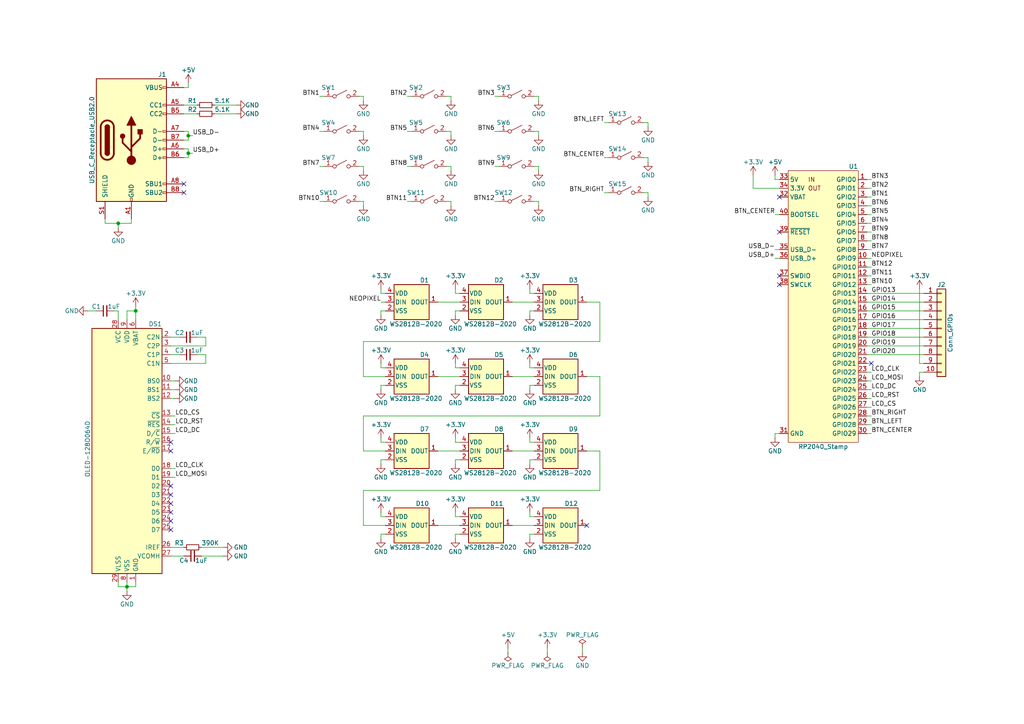
<source format=kicad_sch>
(kicad_sch (version 20211123) (generator eeschema)
  (paper "A4")
  (lib_symbols
    (symbol "Connector:USB_C_Receptacle_USB2.0" (pin_names (offset 1.016))
      (property "Reference" "J" (at -10.16 19.05 0))
      (property "Value" "USB_C_Receptacle_USB2.0" (at 19.05 19.05 0))
      (symbol "USB_C_Receptacle_USB2.0_0_0"
        (rectangle (start -0.254 -17.78) (end 0.254 -16.764))
        (rectangle (start 10.16 -14.986) (end 9.144 -15.494))
        (rectangle (start 10.16 -12.446) (end 9.144 -12.954))
        (rectangle (start 10.16 -4.826) (end 9.144 -5.334))
        (rectangle (start 10.16 -2.286) (end 9.144 -2.794))
        (rectangle (start 10.16 0.254) (end 9.144 -0.254))
        (rectangle (start 10.16 2.794) (end 9.144 2.286))
        (rectangle (start 10.16 7.874) (end 9.144 7.366))
        (rectangle (start 10.16 10.414) (end 9.144 9.906))
        (rectangle (start 10.16 15.494) (end 9.144 14.986))
      )
      (symbol "USB_C_Receptacle_USB2.0_0_1"
        (rectangle (start -10.16 17.78) (end 10.16 -17.78) (stroke (width 0.254)) (fill (type background)))
        (arc (start -8.89 -3.81) (mid -6.985 -5.715) (end -5.08 -3.81) (stroke (width 0.508)))
        (arc (start -7.62 -3.81) (mid -6.985 -4.445) (end -6.35 -3.81) (stroke (width 0.254)))
        (arc (start -7.62 -3.81) (mid -6.985 -4.445) (end -6.35 -3.81) (stroke (width 0.254)) (fill (type outline)))
        (rectangle (start -7.62 -3.81) (end -6.35 3.81) (stroke (width 0.254)) (fill (type outline)))
        (arc (start -6.35 3.81) (mid -6.985 4.445) (end -7.62 3.81) (stroke (width 0.254)))
        (arc (start -6.35 3.81) (mid -6.985 4.445) (end -7.62 3.81) (stroke (width 0.254)) (fill (type outline)))
        (arc (start -5.08 3.81) (mid -6.985 5.715) (end -8.89 3.81) (stroke (width 0.508)))
        (circle (center -2.54 1.143) (radius 0.635) (stroke (width 0.254)) (fill (type outline)))
        (circle (center 0 -5.842) (radius 1.27) (fill (type outline)))
        (polyline (pts (xy -8.89 -3.81) (xy -8.89 3.81)) (stroke (width 0.508)))
        (polyline (pts (xy -5.08 3.81) (xy -5.08 -3.81)) (stroke (width 0.508)))
        (polyline (pts (xy 0 -5.842) (xy 0 4.318)) (stroke (width 0.508)))
        (polyline (pts (xy 0 -3.302) (xy -2.54 -0.762) (xy -2.54 0.508)) (stroke (width 0.508)))
        (polyline (pts (xy 0 -2.032) (xy 2.54 0.508) (xy 2.54 1.778)) (stroke (width 0.508)))
        (polyline (pts (xy -1.27 4.318) (xy 0 6.858) (xy 1.27 4.318) (xy -1.27 4.318)) (stroke (width 0.254)) (fill (type outline)))
        (rectangle (start 1.905 1.778) (end 3.175 3.048) (stroke (width 0.254)) (fill (type outline)))
      )
      (symbol "USB_C_Receptacle_USB2.0_1_1"
        (pin passive line (at 0 -22.86 90) (length 5.08) (name "GND") (number "A1"))
        (pin passive line (at 0 -22.86 90) (length 5.08) hide (name "GND") (number "A12"))
        (pin passive line (at 15.24 15.24 180) (length 5.08) (name "VBUS") (number "A4"))
        (pin bidirectional line (at 15.24 10.16 180) (length 5.08) (name "CC1") (number "A5"))
        (pin bidirectional line (at 15.24 -2.54 180) (length 5.08) (name "D+") (number "A6"))
        (pin bidirectional line (at 15.24 2.54 180) (length 5.08) (name "D-") (number "A7"))
        (pin bidirectional line (at 15.24 -12.7 180) (length 5.08) (name "SBU1") (number "A8"))
        (pin passive line (at 15.24 15.24 180) (length 5.08) hide (name "VBUS") (number "A9"))
        (pin passive line (at 0 -22.86 90) (length 5.08) hide (name "GND") (number "B1"))
        (pin passive line (at 0 -22.86 90) (length 5.08) hide (name "GND") (number "B12"))
        (pin passive line (at 15.24 15.24 180) (length 5.08) hide (name "VBUS") (number "B4"))
        (pin bidirectional line (at 15.24 7.62 180) (length 5.08) (name "CC2") (number "B5"))
        (pin bidirectional line (at 15.24 -5.08 180) (length 5.08) (name "D+") (number "B6"))
        (pin bidirectional line (at 15.24 0 180) (length 5.08) (name "D-") (number "B7"))
        (pin bidirectional line (at 15.24 -15.24 180) (length 5.08) (name "SBU2") (number "B8"))
        (pin passive line (at 15.24 15.24 180) (length 5.08) hide (name "VBUS") (number "B9"))
        (pin passive line (at -7.62 -22.86 90) (length 5.08) (name "SHIELD") (number "S1"))
      )
    )
    (symbol "Connector_Generic:Conn_01x10" (pin_names (offset 1.016) hide)
      (property "Reference" "J" (at 0 12.7 0))
      (property "Value" "Conn_01x10" (at 0 -15.24 0))
      (symbol "Conn_01x10_1_1"
        (rectangle (start -1.27 -12.573) (end 0 -12.827) (stroke (width 0.1524)))
        (rectangle (start -1.27 -10.033) (end 0 -10.287) (stroke (width 0.1524)))
        (rectangle (start -1.27 -7.493) (end 0 -7.747) (stroke (width 0.1524)))
        (rectangle (start -1.27 -4.953) (end 0 -5.207) (stroke (width 0.1524)))
        (rectangle (start -1.27 -2.413) (end 0 -2.667) (stroke (width 0.1524)))
        (rectangle (start -1.27 0.127) (end 0 -0.127) (stroke (width 0.1524)))
        (rectangle (start -1.27 2.667) (end 0 2.413) (stroke (width 0.1524)))
        (rectangle (start -1.27 5.207) (end 0 4.953) (stroke (width 0.1524)))
        (rectangle (start -1.27 7.747) (end 0 7.493) (stroke (width 0.1524)))
        (rectangle (start -1.27 10.287) (end 0 10.033) (stroke (width 0.1524)))
        (rectangle (start -1.27 11.43) (end 1.27 -13.97) (stroke (width 0.254)) (fill (type background)))
        (pin passive line (at -5.08 10.16 0) (length 3.81) (name "Pin_1") (number "1"))
        (pin passive line (at -5.08 -12.7 0) (length 3.81) (name "Pin_10") (number "10"))
        (pin passive line (at -5.08 7.62 0) (length 3.81) (name "Pin_2") (number "2"))
        (pin passive line (at -5.08 5.08 0) (length 3.81) (name "Pin_3") (number "3"))
        (pin passive line (at -5.08 2.54 0) (length 3.81) (name "Pin_4") (number "4"))
        (pin passive line (at -5.08 0 0) (length 3.81) (name "Pin_5") (number "5"))
        (pin passive line (at -5.08 -2.54 0) (length 3.81) (name "Pin_6") (number "6"))
        (pin passive line (at -5.08 -5.08 0) (length 3.81) (name "Pin_7") (number "7"))
        (pin passive line (at -5.08 -7.62 0) (length 3.81) (name "Pin_8") (number "8"))
        (pin passive line (at -5.08 -10.16 0) (length 3.81) (name "Pin_9") (number "9"))
      )
    )
    (symbol "Device:C_Small" (pin_numbers hide) (pin_names (offset 0.254) hide)
      (property "Reference" "C" (at 0.254 1.778 0))
      (property "Value" "C_Small" (at 0.254 -2.032 0))
      (symbol "C_Small_0_1"
        (polyline (pts (xy -1.524 -0.508) (xy 1.524 -0.508)) (stroke (width 0.3302)))
        (polyline (pts (xy -1.524 0.508) (xy 1.524 0.508)) (stroke (width 0.3048)))
      )
      (symbol "C_Small_1_1"
        (pin passive line (at 0 2.54 270) (length 2.032) (name "~") (number "1"))
        (pin passive line (at 0 -2.54 90) (length 2.032) (name "~") (number "2"))
      )
    )
    (symbol "Device:R_Small" (pin_numbers hide) (pin_names (offset 0.254) hide)
      (property "Reference" "R" (at 0.762 0.508 0))
      (property "Value" "R_Small" (at 0.762 -1.016 0))
      (symbol "R_Small_0_1"
        (rectangle (start -0.762 1.778) (end 0.762 -1.778) (stroke (width 0.2032)))
      )
      (symbol "R_Small_1_1"
        (pin passive line (at 0 2.54 270) (length 0.762) (name "~") (number "1"))
        (pin passive line (at 0 -2.54 90) (length 0.762) (name "~") (number "2"))
      )
    )
    (symbol "Display_Graphic:OLED-128O064D"
      (property "Reference" "DS" (at -10.16 38.1 0))
      (property "Value" "OLED-128O064D" (at 12.7 38.1 0))
      (symbol "OLED-128O064D_0_1"
        (rectangle (start -10.16 35.56) (end 10.16 -35.56) (stroke (width 0.254)) (fill (type background)))
      )
      (symbol "OLED-128O064D_1_1"
        (pin power_in line (at -2.54 -38.1 90) (length 2.54) (name "GND") (number "1"))
        (pin input line (at -12.7 20.32 0) (length 2.54) (name "BS0") (number "10"))
        (pin input line (at -12.7 17.78 0) (length 2.54) (name "BS1") (number "11"))
        (pin input line (at -12.7 15.24 0) (length 2.54) (name "BS2") (number "12"))
        (pin input line (at -12.7 10.16 0) (length 2.54) (name "~{CS}") (number "13"))
        (pin input line (at -12.7 7.62 0) (length 2.54) (name "~{RES}") (number "14"))
        (pin input line (at -12.7 5.08 0) (length 2.54) (name "D/~{C}") (number "15"))
        (pin input line (at -12.7 2.54 0) (length 2.54) (name "R/~{W}") (number "16"))
        (pin input line (at -12.7 0 0) (length 2.54) (name "E/~{RD}") (number "17"))
        (pin bidirectional line (at -12.7 -5.08 0) (length 2.54) (name "D0") (number "18"))
        (pin bidirectional line (at -12.7 -7.62 0) (length 2.54) (name "D1") (number "19"))
        (pin passive line (at -12.7 33.02 0) (length 2.54) (name "C2N") (number "2"))
        (pin bidirectional line (at -12.7 -10.16 0) (length 2.54) (name "D2") (number "20"))
        (pin bidirectional line (at -12.7 -12.7 0) (length 2.54) (name "D3") (number "21"))
        (pin bidirectional line (at -12.7 -15.24 0) (length 2.54) (name "D4") (number "22"))
        (pin bidirectional line (at -12.7 -17.78 0) (length 2.54) (name "D5") (number "23"))
        (pin bidirectional line (at -12.7 -20.32 0) (length 2.54) (name "D6") (number "24"))
        (pin bidirectional line (at -12.7 -22.86 0) (length 2.54) (name "D7") (number "25"))
        (pin passive line (at -12.7 -27.94 0) (length 2.54) (name "IREF") (number "26"))
        (pin passive line (at -12.7 -30.48 0) (length 2.54) (name "VCOMH") (number "27"))
        (pin power_in line (at 2.54 38.1 270) (length 2.54) (name "VCC") (number "28"))
        (pin power_in line (at 2.54 -38.1 90) (length 2.54) (name "VLSS") (number "29"))
        (pin passive line (at -12.7 30.48 0) (length 2.54) (name "C2P") (number "3"))
        (pin passive line (at -2.54 -38.1 90) (length 2.54) hide (name "GND") (number "30"))
        (pin passive line (at -12.7 27.94 0) (length 2.54) (name "C1P") (number "4"))
        (pin passive line (at -12.7 25.4 0) (length 2.54) (name "C1N") (number "5"))
        (pin power_in line (at -2.54 38.1 270) (length 2.54) (name "VBAT") (number "6"))
        (pin no_connect line (at 10.16 0 180) (length 2.54) hide (name "NC") (number "7"))
        (pin power_in line (at 0 -38.1 90) (length 2.54) (name "VSS") (number "8"))
        (pin power_in line (at 0 38.1 270) (length 2.54) (name "VDD") (number "9"))
      )
    )
    (symbol "LED_Extra:WS2812B-2020" (pin_names (offset 0.254))
      (property "Reference" "D" (at 5.08 5.715 0))
      (property "Value" "WS2812B-2020" (at 1.27 -5.715 0))
      (symbol "WS2812B-2020_0_1"
        (rectangle (start -5.08 5.08) (end 5.08 -5.08) (stroke (width 0.254)) (fill (type background)))
      )
      (symbol "WS2812B-2020_1_1"
        (pin output line (at 7.62 0 180) (length 2.54) (name "DOUT") (number "1"))
        (pin power_in line (at -7.62 -2.54 0) (length 2.54) (name "VSS") (number "2"))
        (pin input line (at -7.62 0 0) (length 2.54) (name "DIN") (number "3"))
        (pin power_in line (at -7.62 2.54 0) (length 2.54) (name "VDD") (number "4"))
      )
    )
    (symbol "RP2040_Stamp:RP2040_Stamp"
      (property "Reference" "U" (at 10.16 43.18 0))
      (property "Value" "RP2040_Stamp" (at 0 -38.1 0))
      (symbol "RP2040_Stamp_0_0"
        (text "IN" (at -4.445 39.37 0) (effects (font (size 1.27 1.27)) (justify left)))
        (text "OUT" (at -4.445 36.83 0) (effects (font (size 1.27 1.27)) (justify left)))
        (pin bidirectional line (at 12.7 39.37 180) (length 2.54) (name "GPIO0") (number "1"))
        (pin bidirectional line (at 12.7 16.51 180) (length 2.54) (name "GPIO9") (number "10"))
        (pin bidirectional line (at 12.7 13.97 180) (length 2.54) (name "GPIO10") (number "11"))
        (pin bidirectional line (at 12.7 11.43 180) (length 2.54) (name "GPIO11") (number "12"))
        (pin bidirectional line (at 12.7 8.89 180) (length 2.54) (name "GPIO12") (number "13"))
        (pin bidirectional line (at 12.7 6.35 180) (length 2.54) (name "GPIO13") (number "14"))
        (pin bidirectional line (at 12.7 3.81 180) (length 2.54) (name "GPIO14") (number "15"))
        (pin bidirectional line (at 12.7 1.27 180) (length 2.54) (name "GPIO15") (number "16"))
        (pin bidirectional line (at 12.7 -1.27 180) (length 2.54) (name "GPIO16") (number "17"))
        (pin bidirectional line (at 12.7 -3.81 180) (length 2.54) (name "GPIO17") (number "18"))
        (pin bidirectional line (at 12.7 -6.35 180) (length 2.54) (name "GPIO18") (number "19"))
        (pin bidirectional line (at 12.7 36.83 180) (length 2.54) (name "GPIO1") (number "2"))
        (pin bidirectional line (at 12.7 -8.89 180) (length 2.54) (name "GPIO19") (number "20"))
        (pin bidirectional line (at 12.7 -11.43 180) (length 2.54) (name "GPIO20") (number "21"))
        (pin bidirectional line (at 12.7 -13.97 180) (length 2.54) (name "GPIO21") (number "22"))
        (pin bidirectional line (at 12.7 -16.51 180) (length 2.54) (name "GPIO22") (number "23"))
        (pin bidirectional line (at 12.7 -19.05 180) (length 2.54) (name "GPIO23") (number "24"))
        (pin bidirectional line (at 12.7 -21.59 180) (length 2.54) (name "GPIO24") (number "25"))
        (pin bidirectional line (at 12.7 -24.13 180) (length 2.54) (name "GPIO25") (number "26"))
        (pin bidirectional line (at 12.7 -26.67 180) (length 2.54) (name "GPIO26") (number "27"))
        (pin bidirectional line (at 12.7 -29.21 180) (length 2.54) (name "GPIO27") (number "28"))
        (pin bidirectional line (at 12.7 -31.75 180) (length 2.54) (name "GPIO28") (number "29"))
        (pin bidirectional line (at 12.7 34.29 180) (length 2.54) (name "GPIO2") (number "3"))
        (pin bidirectional line (at 12.7 -34.29 180) (length 2.54) (name "GPIO29") (number "30"))
        (pin power_in line (at -12.7 -34.29 0) (length 2.54) (name "GND") (number "31"))
        (pin power_in line (at -12.7 34.29 0) (length 2.54) (name "VBAT") (number "32"))
        (pin power_in line (at -12.7 39.37 0) (length 2.54) (name "5V") (number "33"))
        (pin power_out line (at -12.7 36.83 0) (length 2.54) (name "3.3V") (number "34"))
        (pin bidirectional line (at -12.7 19.05 0) (length 2.54) (name "USB_D-") (number "35"))
        (pin bidirectional line (at -12.7 16.51 0) (length 2.54) (name "USB_D+") (number "36"))
        (pin bidirectional line (at -12.7 11.43 0) (length 2.54) (name "SWDIO") (number "37"))
        (pin input line (at -12.7 8.89 0) (length 2.54) (name "SWCLK") (number "38"))
        (pin bidirectional line (at -12.7 24.13 0) (length 2.54) (name "~{RESET}") (number "39"))
        (pin bidirectional line (at 12.7 31.75 180) (length 2.54) (name "GPIO3") (number "4"))
        (pin input line (at -12.7 29.21 0) (length 2.54) (name "BOOTSEL") (number "40"))
        (pin bidirectional line (at 12.7 29.21 180) (length 2.54) (name "GPIO4") (number "5"))
        (pin bidirectional line (at 12.7 26.67 180) (length 2.54) (name "GPIO5") (number "6"))
        (pin bidirectional line (at 12.7 24.13 180) (length 2.54) (name "GPIO6") (number "7"))
        (pin bidirectional line (at 12.7 21.59 180) (length 2.54) (name "GPIO7") (number "8"))
        (pin bidirectional line (at 12.7 19.05 180) (length 2.54) (name "GPIO8") (number "9"))
      )
      (symbol "RP2040_Stamp_0_1"
        (rectangle (start -10.16 41.91) (end 10.16 -36.83) (stroke (width 0.1524)) (fill (type background)))
      )
    )
    (symbol "Switch:SW_SPST" (pin_names (offset 0) hide)
      (property "Reference" "SW" (at 0 3.175 0))
      (property "Value" "SW_SPST" (at 0 -2.54 0))
      (symbol "SW_SPST_0_0"
        (circle (center -2.032 0) (radius 0.508))
        (polyline (pts (xy -1.524 0.254) (xy 1.524 1.778)))
        (circle (center 2.032 0) (radius 0.508))
      )
      (symbol "SW_SPST_1_1"
        (pin passive line (at -5.08 0 0) (length 2.54) (name "A") (number "1"))
        (pin passive line (at 5.08 0 180) (length 2.54) (name "B") (number "2"))
      )
    )
    (symbol "power:+3.3V" (power) (pin_names (offset 0))
      (property "Value" "+3.3V" (at 0 3.556 0))
      (symbol "+3.3V_0_1"
        (polyline (pts (xy -0.762 1.27) (xy 0 2.54)))
        (polyline (pts (xy 0 0) (xy 0 2.54)))
        (polyline (pts (xy 0 2.54) (xy 0.762 1.27)))
      )
      (symbol "+3.3V_1_1"
        (pin power_in line (at 0 0 90) (length 0) hide (name "+3.3V") (number "1"))
      )
    )
    (symbol "power:+5V" (power) (pin_names (offset 0))
      (property "Value" "+5V" (at 0 3.556 0))
      (symbol "+5V_0_1"
        (polyline (pts (xy -0.762 1.27) (xy 0 2.54)))
        (polyline (pts (xy 0 0) (xy 0 2.54)))
        (polyline (pts (xy 0 2.54) (xy 0.762 1.27)))
      )
      (symbol "+5V_1_1"
        (pin power_in line (at 0 0 90) (length 0) hide (name "+5V") (number "1"))
      )
    )
    (symbol "power:GND" (power) (pin_names (offset 0))
      (property "Value" "GND" (at 0 -3.81 0))
      (symbol "GND_0_1"
        (polyline (pts (xy 0 0) (xy 0 -1.27) (xy 1.27 -1.27) (xy 0 -2.54) (xy -1.27 -1.27) (xy 0 -1.27)))
      )
      (symbol "GND_1_1"
        (pin power_in line (at 0 0 270) (length 0) hide (name "GND") (number "1"))
      )
    )
    (symbol "power:PWR_FLAG" (power) (pin_numbers hide) (pin_names (offset 0) hide)
      (property "Value" "PWR_FLAG" (at 0 3.81 0))
      (symbol "PWR_FLAG_0_0"
        (pin power_out line (at 0 0 90) (length 0) (name "pwr") (number "1"))
      )
      (symbol "PWR_FLAG_0_1"
        (polyline (pts (xy 0 0) (xy 0 1.27) (xy -1.016 1.905) (xy 0 2.54) (xy 1.016 1.905) (xy 0 1.27)))
      )
    )
  )
  (junction (at 54.61 39.37))
  (junction (at 39.37 90.17))
  (junction (at 34.29 64.77))
  (junction (at 54.61 44.45))
  (junction (at 36.83 170.18))
  (no_connect (at 53.34 55.88))
  (no_connect (at 49.53 143.51))
  (no_connect (at 49.53 148.59))
  (no_connect (at 226.06 67.31))
  (no_connect (at 49.53 151.13))
  (no_connect (at 226.06 82.55))
  (no_connect (at 226.06 80.01))
  (no_connect (at 49.53 153.67))
  (no_connect (at 49.53 130.81))
  (no_connect (at 49.53 128.27))
  (no_connect (at 49.53 140.97))
  (no_connect (at 53.34 53.34))
  (no_connect (at 226.06 57.15))
  (no_connect (at 170.18 152.4))
  (no_connect (at 252.73 105.41))
  (no_connect (at 49.53 146.05))
  (wire (pts (xy 251.46 57.15) (xy 252.73 57.15)))
  (wire (pts (xy 266.7 83.82) (xy 266.7 105.41)))
  (wire (pts (xy 251.46 102.87) (xy 267.97 102.87)))
  (wire (pts (xy 39.37 170.18) (xy 39.37 168.91)))
  (wire (pts (xy 104.14 48.26) (xy 105.41 48.26)))
  (wire (pts (xy 58.42 158.75) (xy 64.77 158.75)))
  (wire (pts (xy 110.49 133.35) (xy 110.49 134.62)))
  (wire (pts (xy 170.18 130.81) (xy 173.99 130.81)))
  (wire (pts (xy 111.76 85.09) (xy 110.49 85.09)))
  (wire (pts (xy 251.46 97.79) (xy 267.97 97.79)))
  (wire (pts (xy 104.14 27.94) (xy 105.41 27.94)))
  (wire (pts (xy 34.29 64.77) (xy 34.29 66.04)))
  (wire (pts (xy 110.49 148.59) (xy 110.49 149.86)))
  (wire (pts (xy 133.35 85.09) (xy 132.08 85.09)))
  (wire (pts (xy 251.46 67.31) (xy 252.73 67.31)))
  (wire (pts (xy 251.46 100.33) (xy 267.97 100.33)))
  (wire (pts (xy 49.53 102.87) (xy 52.07 102.87)))
  (wire (pts (xy 105.41 27.94) (xy 105.41 29.21)))
  (wire (pts (xy 173.99 130.81) (xy 173.99 142.24)))
  (wire (pts (xy 62.23 30.48) (xy 68.58 30.48)))
  (wire (pts (xy 186.69 45.72) (xy 187.96 45.72)))
  (wire (pts (xy 53.34 43.18) (xy 54.61 43.18)))
  (wire (pts (xy 49.53 161.29) (xy 53.34 161.29)))
  (wire (pts (xy 36.83 90.17) (xy 36.83 92.71)))
  (wire (pts (xy 224.79 125.73) (xy 224.79 127)))
  (wire (pts (xy 118.11 38.1) (xy 119.38 38.1)))
  (wire (pts (xy 133.35 90.17) (xy 132.08 90.17)))
  (wire (pts (xy 111.76 128.27) (xy 110.49 128.27)))
  (wire (pts (xy 153.67 127) (xy 153.67 128.27)))
  (wire (pts (xy 49.53 100.33) (xy 59.69 100.33)))
  (wire (pts (xy 187.96 55.88) (xy 187.96 57.15)))
  (wire (pts (xy 133.35 111.76) (xy 132.08 111.76)))
  (wire (pts (xy 251.46 80.01) (xy 252.73 80.01)))
  (wire (pts (xy 251.46 92.71) (xy 267.97 92.71)))
  (wire (pts (xy 226.06 125.73) (xy 224.79 125.73)))
  (wire (pts (xy 226.06 54.61) (xy 218.44 54.61)))
  (wire (pts (xy 39.37 90.17) (xy 39.37 92.71)))
  (wire (pts (xy 173.99 109.22) (xy 173.99 120.65)))
  (wire (pts (xy 34.29 170.18) (xy 36.83 170.18)))
  (wire (pts (xy 34.29 64.77) (xy 38.1 64.77)))
  (wire (pts (xy 156.21 58.42) (xy 156.21 59.69)))
  (wire (pts (xy 186.69 35.56) (xy 187.96 35.56)))
  (wire (pts (xy 173.99 87.63) (xy 173.99 99.06)))
  (wire (pts (xy 49.53 125.73) (xy 50.8 125.73)))
  (wire (pts (xy 127 130.81) (xy 133.35 130.81)))
  (wire (pts (xy 251.46 118.11) (xy 252.73 118.11)))
  (wire (pts (xy 132.08 105.41) (xy 132.08 106.68)))
  (wire (pts (xy 59.69 100.33) (xy 59.69 97.79)))
  (wire (pts (xy 186.69 55.88) (xy 187.96 55.88)))
  (wire (pts (xy 251.46 123.19) (xy 252.73 123.19)))
  (wire (pts (xy 251.46 72.39) (xy 252.73 72.39)))
  (wire (pts (xy 154.94 48.26) (xy 156.21 48.26)))
  (wire (pts (xy 34.29 90.17) (xy 34.29 92.71)))
  (wire (pts (xy 251.46 90.17) (xy 267.97 90.17)))
  (wire (pts (xy 153.67 133.35) (xy 153.67 134.62)))
  (wire (pts (xy 92.71 48.26) (xy 93.98 48.26)))
  (wire (pts (xy 49.53 113.03) (xy 50.8 113.03)))
  (wire (pts (xy 156.21 38.1) (xy 156.21 39.37)))
  (wire (pts (xy 104.14 38.1) (xy 105.41 38.1)))
  (wire (pts (xy 158.75 187.96) (xy 158.75 189.23)))
  (wire (pts (xy 154.94 154.94) (xy 153.67 154.94)))
  (wire (pts (xy 110.49 111.76) (xy 110.49 113.03)))
  (wire (pts (xy 118.11 27.94) (xy 119.38 27.94)))
  (wire (pts (xy 127 109.22) (xy 133.35 109.22)))
  (wire (pts (xy 154.94 111.76) (xy 153.67 111.76)))
  (wire (pts (xy 154.94 90.17) (xy 153.67 90.17)))
  (wire (pts (xy 175.26 35.56) (xy 176.53 35.56)))
  (wire (pts (xy 110.49 87.63) (xy 111.76 87.63)))
  (wire (pts (xy 153.67 83.82) (xy 153.67 85.09)))
  (wire (pts (xy 132.08 154.94) (xy 132.08 156.21)))
  (wire (pts (xy 154.94 85.09) (xy 153.67 85.09)))
  (wire (pts (xy 153.67 154.94) (xy 153.67 156.21)))
  (wire (pts (xy 173.99 120.65) (xy 105.41 120.65)))
  (wire (pts (xy 54.61 43.18) (xy 54.61 44.45)))
  (wire (pts (xy 92.71 58.42) (xy 93.98 58.42)))
  (wire (pts (xy 133.35 128.27) (xy 132.08 128.27)))
  (wire (pts (xy 111.76 149.86) (xy 110.49 149.86)))
  (wire (pts (xy 154.94 58.42) (xy 156.21 58.42)))
  (wire (pts (xy 38.1 64.77) (xy 38.1 63.5)))
  (wire (pts (xy 110.49 154.94) (xy 110.49 156.21)))
  (wire (pts (xy 34.29 168.91) (xy 34.29 170.18)))
  (wire (pts (xy 251.46 95.25) (xy 267.97 95.25)))
  (wire (pts (xy 266.7 105.41) (xy 267.97 105.41)))
  (wire (pts (xy 168.91 187.96) (xy 168.91 189.23)))
  (wire (pts (xy 110.49 105.41) (xy 110.49 106.68)))
  (wire (pts (xy 173.99 142.24) (xy 105.41 142.24)))
  (wire (pts (xy 251.46 120.65) (xy 252.73 120.65)))
  (wire (pts (xy 251.46 64.77) (xy 252.73 64.77)))
  (wire (pts (xy 111.76 111.76) (xy 110.49 111.76)))
  (wire (pts (xy 105.41 48.26) (xy 105.41 49.53)))
  (wire (pts (xy 54.61 38.1) (xy 54.61 39.37)))
  (wire (pts (xy 49.53 105.41) (xy 59.69 105.41)))
  (wire (pts (xy 53.34 30.48) (xy 57.15 30.48)))
  (wire (pts (xy 105.41 38.1) (xy 105.41 39.37)))
  (wire (pts (xy 129.54 38.1) (xy 130.81 38.1)))
  (wire (pts (xy 62.23 33.02) (xy 68.58 33.02)))
  (wire (pts (xy 224.79 72.39) (xy 226.06 72.39)))
  (wire (pts (xy 175.26 55.88) (xy 176.53 55.88)))
  (wire (pts (xy 118.11 58.42) (xy 119.38 58.42)))
  (wire (pts (xy 251.46 113.03) (xy 252.73 113.03)))
  (wire (pts (xy 132.08 90.17) (xy 132.08 91.44)))
  (wire (pts (xy 53.34 33.02) (xy 57.15 33.02)))
  (wire (pts (xy 36.83 170.18) (xy 39.37 170.18)))
  (wire (pts (xy 154.94 149.86) (xy 153.67 149.86)))
  (wire (pts (xy 49.53 97.79) (xy 52.07 97.79)))
  (wire (pts (xy 127 87.63) (xy 133.35 87.63)))
  (wire (pts (xy 133.35 154.94) (xy 132.08 154.94)))
  (wire (pts (xy 251.46 82.55) (xy 252.73 82.55)))
  (wire (pts (xy 105.41 152.4) (xy 111.76 152.4)))
  (wire (pts (xy 49.53 123.19) (xy 50.8 123.19)))
  (wire (pts (xy 54.61 44.45) (xy 55.88 44.45)))
  (wire (pts (xy 251.46 77.47) (xy 252.73 77.47)))
  (wire (pts (xy 153.67 148.59) (xy 153.67 149.86)))
  (wire (pts (xy 266.7 107.95) (xy 267.97 107.95)))
  (wire (pts (xy 143.51 27.94) (xy 144.78 27.94)))
  (wire (pts (xy 224.79 62.23) (xy 226.06 62.23)))
  (wire (pts (xy 36.83 170.18) (xy 36.83 171.45)))
  (wire (pts (xy 266.7 107.95) (xy 266.7 109.22)))
  (wire (pts (xy 49.53 120.65) (xy 50.8 120.65)))
  (wire (pts (xy 54.61 39.37) (xy 54.61 40.64)))
  (wire (pts (xy 251.46 62.23) (xy 252.73 62.23)))
  (wire (pts (xy 54.61 40.64) (xy 53.34 40.64)))
  (wire (pts (xy 170.18 109.22) (xy 173.99 109.22)))
  (wire (pts (xy 251.46 105.41) (xy 252.73 105.41)))
  (wire (pts (xy 153.67 105.41) (xy 153.67 106.68)))
  (wire (pts (xy 25.4 90.17) (xy 27.94 90.17)))
  (wire (pts (xy 49.53 138.43) (xy 50.8 138.43)))
  (wire (pts (xy 30.48 63.5) (xy 30.48 64.77)))
  (wire (pts (xy 132.08 148.59) (xy 132.08 149.86)))
  (wire (pts (xy 53.34 25.4) (xy 54.61 25.4)))
  (wire (pts (xy 36.83 90.17) (xy 39.37 90.17)))
  (wire (pts (xy 251.46 69.85) (xy 252.73 69.85)))
  (wire (pts (xy 156.21 48.26) (xy 156.21 49.53)))
  (wire (pts (xy 54.61 39.37) (xy 55.88 39.37)))
  (wire (pts (xy 132.08 111.76) (xy 132.08 113.03)))
  (wire (pts (xy 111.76 106.68) (xy 110.49 106.68)))
  (wire (pts (xy 187.96 45.72) (xy 187.96 46.99)))
  (wire (pts (xy 58.42 161.29) (xy 64.77 161.29)))
  (wire (pts (xy 105.41 130.81) (xy 111.76 130.81)))
  (wire (pts (xy 133.35 133.35) (xy 132.08 133.35)))
  (wire (pts (xy 54.61 38.1) (xy 53.34 38.1)))
  (wire (pts (xy 105.41 142.24) (xy 105.41 152.4)))
  (wire (pts (xy 148.59 130.81) (xy 154.94 130.81)))
  (wire (pts (xy 92.71 38.1) (xy 93.98 38.1)))
  (wire (pts (xy 143.51 38.1) (xy 144.78 38.1)))
  (wire (pts (xy 53.34 45.72) (xy 54.61 45.72)))
  (wire (pts (xy 147.32 187.96) (xy 147.32 189.23)))
  (wire (pts (xy 105.41 99.06) (xy 105.41 109.22)))
  (wire (pts (xy 148.59 109.22) (xy 154.94 109.22)))
  (wire (pts (xy 129.54 58.42) (xy 130.81 58.42)))
  (wire (pts (xy 251.46 125.73) (xy 252.73 125.73)))
  (wire (pts (xy 110.49 90.17) (xy 110.49 91.44)))
  (wire (pts (xy 133.35 106.68) (xy 132.08 106.68)))
  (wire (pts (xy 59.69 97.79) (xy 57.15 97.79)))
  (wire (pts (xy 251.46 59.69) (xy 252.73 59.69)))
  (wire (pts (xy 154.94 128.27) (xy 153.67 128.27)))
  (wire (pts (xy 154.94 133.35) (xy 153.67 133.35)))
  (wire (pts (xy 251.46 74.93) (xy 252.73 74.93)))
  (wire (pts (xy 154.94 106.68) (xy 153.67 106.68)))
  (wire (pts (xy 111.76 154.94) (xy 110.49 154.94)))
  (wire (pts (xy 154.94 27.94) (xy 156.21 27.94)))
  (wire (pts (xy 130.81 38.1) (xy 130.81 39.37)))
  (wire (pts (xy 105.41 120.65) (xy 105.41 130.81)))
  (wire (pts (xy 251.46 115.57) (xy 252.73 115.57)))
  (wire (pts (xy 251.46 110.49) (xy 252.73 110.49)))
  (wire (pts (xy 129.54 27.94) (xy 130.81 27.94)))
  (wire (pts (xy 130.81 48.26) (xy 130.81 49.53)))
  (wire (pts (xy 39.37 88.9) (xy 39.37 90.17)))
  (wire (pts (xy 226.06 52.07) (xy 224.79 52.07)))
  (wire (pts (xy 154.94 38.1) (xy 156.21 38.1)))
  (wire (pts (xy 110.49 127) (xy 110.49 128.27)))
  (wire (pts (xy 170.18 87.63) (xy 173.99 87.63)))
  (wire (pts (xy 156.21 27.94) (xy 156.21 29.21)))
  (wire (pts (xy 34.29 90.17) (xy 33.02 90.17)))
  (wire (pts (xy 110.49 83.82) (xy 110.49 85.09)))
  (wire (pts (xy 105.41 109.22) (xy 111.76 109.22)))
  (wire (pts (xy 251.46 85.09) (xy 267.97 85.09)))
  (wire (pts (xy 143.51 58.42) (xy 144.78 58.42)))
  (wire (pts (xy 49.53 135.89) (xy 50.8 135.89)))
  (wire (pts (xy 59.69 102.87) (xy 57.15 102.87)))
  (wire (pts (xy 153.67 90.17) (xy 153.67 91.44)))
  (wire (pts (xy 54.61 24.13) (xy 54.61 25.4)))
  (wire (pts (xy 59.69 105.41) (xy 59.69 102.87)))
  (wire (pts (xy 49.53 158.75) (xy 53.34 158.75)))
  (wire (pts (xy 129.54 48.26) (xy 130.81 48.26)))
  (wire (pts (xy 251.46 107.95) (xy 252.73 107.95)))
  (wire (pts (xy 127 152.4) (xy 133.35 152.4)))
  (wire (pts (xy 148.59 87.63) (xy 154.94 87.63)))
  (wire (pts (xy 132.08 133.35) (xy 132.08 134.62)))
  (wire (pts (xy 104.14 58.42) (xy 105.41 58.42)))
  (wire (pts (xy 133.35 149.86) (xy 132.08 149.86)))
  (wire (pts (xy 49.53 115.57) (xy 50.8 115.57)))
  (wire (pts (xy 173.99 99.06) (xy 105.41 99.06)))
  (wire (pts (xy 175.26 45.72) (xy 176.53 45.72)))
  (wire (pts (xy 153.67 111.76) (xy 153.67 113.03)))
  (wire (pts (xy 30.48 64.77) (xy 34.29 64.77)))
  (wire (pts (xy 143.51 48.26) (xy 144.78 48.26)))
  (wire (pts (xy 130.81 27.94) (xy 130.81 29.21)))
  (wire (pts (xy 148.59 152.4) (xy 154.94 152.4)))
  (wire (pts (xy 54.61 44.45) (xy 54.61 45.72)))
  (wire (pts (xy 105.41 58.42) (xy 105.41 59.69)))
  (wire (pts (xy 130.81 58.42) (xy 130.81 59.69)))
  (wire (pts (xy 36.83 168.91) (xy 36.83 170.18)))
  (wire (pts (xy 251.46 87.63) (xy 267.97 87.63)))
  (wire (pts (xy 251.46 54.61) (xy 252.73 54.61)))
  (wire (pts (xy 111.76 90.17) (xy 110.49 90.17)))
  (wire (pts (xy 49.53 110.49) (xy 50.8 110.49)))
  (wire (pts (xy 187.96 35.56) (xy 187.96 36.83)))
  (wire (pts (xy 132.08 127) (xy 132.08 128.27)))
  (wire (pts (xy 132.08 83.82) (xy 132.08 85.09)))
  (wire (pts (xy 224.79 50.8) (xy 224.79 52.07)))
  (wire (pts (xy 92.71 27.94) (xy 93.98 27.94)))
  (wire (pts (xy 118.11 48.26) (xy 119.38 48.26)))
  (wire (pts (xy 111.76 133.35) (xy 110.49 133.35)))
  (wire (pts (xy 251.46 52.07) (xy 252.73 52.07)))
  (wire (pts (xy 218.44 50.8) (xy 218.44 54.61)))
  (wire (pts (xy 224.79 74.93) (xy 226.06 74.93)))
  (label "BTN_LEFT" (at 252.73 123.19 0))
  (label "BTN12" (at 143.51 58.42 180))
  (label "BTN3" (at 143.51 27.94 180))
  (label "BTN11" (at 118.11 58.42 180))
  (label "GPIO18" (at 252.73 97.79 0))
  (label "BTN9" (at 143.51 48.26 180))
  (label "GPIO20" (at 252.73 102.87 0))
  (label "BTN5" (at 118.11 38.1 180))
  (label "LCD_CLK" (at 252.73 107.95 0))
  (label "LCD_DC" (at 50.8 125.73 0))
  (label "BTN_RIGHT" (at 175.26 55.88 180))
  (label "LCD_RST" (at 252.73 115.57 0))
  (label "BTN_CENTER" (at 252.73 125.73 0))
  (label "USB_D+" (at 224.79 74.93 180))
  (label "BTN3" (at 252.73 52.07 0))
  (label "BTN_RIGHT" (at 252.73 120.65 0))
  (label "LCD_RST" (at 50.8 123.19 0))
  (label "BTN4" (at 252.73 64.77 0))
  (label "BTN_CENTER" (at 175.26 45.72 180))
  (label "BTN1" (at 92.71 27.94 180))
  (label "BTN11" (at 252.73 80.01 0))
  (label "BTN12" (at 252.73 77.47 0))
  (label "LCD_DC" (at 252.73 113.03 0))
  (label "BTN10" (at 92.71 58.42 180))
  (label "NEOPIXEL" (at 252.73 74.93 0))
  (label "GPIO14" (at 252.73 87.63 0))
  (label "BTN10" (at 252.73 82.55 0))
  (label "BTN1" (at 252.73 57.15 0))
  (label "BTN5" (at 252.73 62.23 0))
  (label "LCD_MOSI" (at 252.73 110.49 0))
  (label "LCD_CS" (at 252.73 118.11 0))
  (label "LCD_CLK" (at 50.8 135.89 0))
  (label "USB_D-" (at 224.79 72.39 180))
  (label "GPIO16" (at 252.73 92.71 0))
  (label "BTN7" (at 252.73 72.39 0))
  (label "BTN7" (at 92.71 48.26 180))
  (label "GPIO17" (at 252.73 95.25 0))
  (label "BTN_LEFT" (at 175.26 35.56 180))
  (label "GPIO13" (at 252.73 85.09 0))
  (label "BTN_CENTER" (at 224.79 62.23 180))
  (label "BTN2" (at 252.73 54.61 0))
  (label "GPIO15" (at 252.73 90.17 0))
  (label "BTN9" (at 252.73 67.31 0))
  (label "BTN2" (at 118.11 27.94 180))
  (label "GPIO19" (at 252.73 100.33 0))
  (label "BTN8" (at 252.73 69.85 0))
  (label "USB_D+" (at 55.88 44.45 0))
  (label "USB_D-" (at 55.88 39.37 0))
  (label "BTN6" (at 252.73 59.69 0))
  (label "LCD_MOSI" (at 50.8 138.43 0))
  (label "NEOPIXEL" (at 110.49 87.63 180))
  (label "BTN6" (at 143.51 38.1 180))
  (label "BTN8" (at 118.11 48.26 180))
  (label "LCD_CS" (at 50.8 120.65 0))
  (label "BTN4" (at 92.71 38.1 180))
  (symbol (lib_id "power:GND") (at 153.67 156.21 0) (unit 1)
    (property "Reference" "#PWR0127" (effects hide))
    (property "Value" "GND" (at 153.67 160.02 0))
  )
  (symbol (lib_id "power:GND") (at 36.83 171.45 0) (unit 1)
    (property "Reference" "#PWR0128" (effects hide))
    (property "Value" "GND" (at 36.83 175.26 0))
  )
  (symbol (lib_id "power:+3.3V") (at 132.08 127 0) (unit 1)
    (property "Reference" "#PWR0124" (effects hide))
    (property "Value" "+3.3V" (at 132.08 123.19 0))
  )
  (symbol (lib_id "Switch:SW_SPST") (at 149.86 38.1 0) (unit 1)
    (property "Reference" "SW6" (at 146.05 35.56 0))
    (property "Value" "SW_SPST" (effects hide))
    (property "Footprint" "Button_Switch_Keyboard:SW_Cherry_MX_1.00u_PCB" (effects hide))
  )
  (symbol (lib_id "Device:C_Small") (at 55.88 161.29 90) (mirror x) (unit 1)
    (property "Reference" "C4" (at 53.34 162.56 90))
    (property "Value" "1uF" (at 58.42 162.56 90))
    (property "Footprint" "Capacitor_SMD:C_0603_1608Metric" (effects hide))
  )
  (symbol (lib_id "Switch:SW_SPST") (at 99.06 58.42 0) (unit 1)
    (property "Reference" "SW10" (at 95.25 55.88 0))
    (property "Value" "SW_SPST" (effects hide))
    (property "Footprint" "Button_Switch_Keyboard:SW_Cherry_MX_1.00u_PCB" (effects hide))
  )
  (symbol (lib_id "Switch:SW_SPST") (at 124.46 38.1 0) (unit 1)
    (property "Reference" "SW5" (at 120.65 35.56 0))
    (property "Value" "SW_SPST" (effects hide))
    (property "Footprint" "Button_Switch_Keyboard:SW_Cherry_MX_1.00u_PCB" (effects hide))
  )
  (symbol (lib_id "power:GND") (at 132.08 134.62 0) (unit 1)
    (property "Reference" "#PWR0123" (effects hide))
    (property "Value" "GND" (at 132.08 138.43 0))
  )
  (symbol (lib_id "power:+3.3V") (at 158.75 187.96 0) (unit 1)
    (property "Reference" "#PWR0149" (effects hide))
    (property "Value" "+3.3V" (at 158.75 184.15 0))
  )
  (symbol (lib_id "LED_Extra:WS2812B-2020") (at 162.56 152.4 0) (unit 1)
    (property "Reference" "D12" (at 167.64 146.05 0) (effects (justify right)))
    (property "Value" "WS2812B-2020" (at 163.83 158.75 0))
    (property "Footprint" "LED_SMD_Extra:WS2812B-2020" (effects hide))
    (property "Datasheet" "https://www.tme.eu/Document/4a8239e52df5e0b5cc2eb96834c5d8b6/WS2812B-2020.pdf" (effects hide))
    (property "LCSC" "C965555" (effects hide))
  )
  (symbol (lib_id "power:+3.3V") (at 132.08 148.59 0) (unit 1)
    (property "Reference" "#PWR0121" (effects hide))
    (property "Value" "+3.3V" (at 132.08 144.78 0))
  )
  (symbol (lib_id "LED_Extra:WS2812B-2020") (at 162.56 87.63 0) (unit 1)
    (property "Reference" "D3" (at 167.64 81.28 0) (effects (justify right)))
    (property "Value" "WS2812B-2020" (at 163.83 93.98 0))
    (property "Footprint" "LED_SMD_Extra:WS2812B-2020" (effects hide))
    (property "Datasheet" "https://www.tme.eu/Document/4a8239e52df5e0b5cc2eb96834c5d8b6/WS2812B-2020.pdf" (effects hide))
    (property "LCSC" "C965555" (effects hide))
  )
  (symbol (lib_id "RP2040_Stamp:RP2040_Stamp") (at 238.76 91.44 0) (unit 1)
    (property "Reference" "U1" (at 248.92 48.26 0) (effects (justify right)))
    (property "Value" "RP2040_Stamp" (at 238.76 129.54 0))
    (property "Footprint" "RP2040_Stamp:RP2040_Stamp_FlexyPin" (effects hide))
  )
  (symbol (lib_id "power:+5V") (at 147.32 187.96 0) (unit 1)
    (property "Reference" "#PWR0150" (effects hide))
    (property "Value" "+5V" (at 147.32 184.15 0))
  )
  (symbol (lib_id "power:GND") (at 156.21 29.21 0) (unit 1)
    (property "Reference" "#PWR0104" (effects hide))
    (property "Value" "GND" (at 156.21 33.02 0))
  )
  (symbol (lib_id "Switch:SW_SPST") (at 181.61 45.72 0) (unit 1)
    (property "Reference" "SW14" (at 179.07 43.18 0))
    (property "Value" "SW_CENTER" (effects hide))
    (property "Footprint" "Button_Switch_SMD:SW_SPST_PTS645" (effects hide))
    (property "LCSC" "C381038" (effects hide))
  )
  (symbol (lib_id "power:GND") (at 64.77 161.29 90) (unit 1)
    (property "Reference" "#PWR0130" (effects hide))
    (property "Value" "GND" (at 69.85 161.29 90))
  )
  (symbol (lib_id "LED_Extra:WS2812B-2020") (at 119.38 87.63 0) (unit 1)
    (property "Reference" "D1" (at 124.46 81.28 0) (effects (justify right)))
    (property "Value" "WS2812B-2020" (at 120.65 93.98 0))
    (property "Footprint" "LED_SMD_Extra:WS2812B-2020" (effects hide))
    (property "Datasheet" "https://www.tme.eu/Document/4a8239e52df5e0b5cc2eb96834c5d8b6/WS2812B-2020.pdf" (effects hide))
    (property "LCSC" "C965555" (effects hide))
  )
  (symbol (lib_id "Switch:SW_SPST") (at 124.46 58.42 0) (unit 1)
    (property "Reference" "SW11" (at 120.65 55.88 0))
    (property "Value" "SW_SPST" (effects hide))
    (property "Footprint" "Button_Switch_Keyboard:SW_Cherry_MX_1.00u_PCB" (effects hide))
  )
  (symbol (lib_id "power:+3.3V") (at 132.08 105.41 0) (unit 1)
    (property "Reference" "#PWR0115" (effects hide))
    (property "Value" "+3.3V" (at 132.08 101.6 0))
  )
  (symbol (lib_id "LED_Extra:WS2812B-2020") (at 119.38 152.4 0) (unit 1)
    (property "Reference" "D10" (at 124.46 146.05 0) (effects (justify right)))
    (property "Value" "WS2812B-2020" (at 120.65 158.75 0))
    (property "Footprint" "LED_SMD_Extra:WS2812B-2020" (effects hide))
    (property "Datasheet" "https://www.tme.eu/Document/4a8239e52df5e0b5cc2eb96834c5d8b6/WS2812B-2020.pdf" (effects hide))
    (property "LCSC" "C965555" (effects hide))
  )
  (symbol (lib_id "power:PWR_FLAG") (at 147.32 189.23 180) (unit 1)
    (property "Reference" "#FLG0103" (effects hide))
    (property "Value" "PWR_FLAG" (at 147.32 193.04 0))
  )
  (symbol (lib_id "power:GND") (at 187.96 36.83 0) (unit 1)
    (property "Reference" "#PWR0103" (effects hide))
    (property "Value" "GND" (at 187.96 40.64 0))
  )
  (symbol (lib_id "Connector_Generic:Conn_01x10") (at 273.05 95.25 0) (unit 1)
    (property "Reference" "J2" (at 273.05 82.55 0))
    (property "Value" "Conn_GPIOs" (at 275.59 96.52 90))
    (property "Footprint" "Connector_PinHeader_2.54mm:PinHeader_1x10_P2.54mm_Vertical" (effects hide))
  )
  (symbol (lib_id "power:+3.3V") (at 218.44 50.8 0) (unit 1)
    (property "Reference" "#PWR04" (effects hide))
    (property "Value" "+3.3V" (at 218.44 46.99 0))
  )
  (symbol (lib_id "power:GND") (at 34.29 66.04 0) (unit 1)
    (property "Reference" "#PWR06" (effects hide))
    (property "Value" "GND" (at 34.29 69.85 0))
  )
  (symbol (lib_id "Switch:SW_SPST") (at 181.61 55.88 0) (unit 1)
    (property "Reference" "SW15" (at 179.07 53.34 0))
    (property "Value" "SW_RIGHT" (effects hide))
    (property "Footprint" "Button_Switch_SMD:SW_SPST_PTS645" (effects hide))
    (property "LCSC" "C381038" (effects hide))
  )
  (symbol (lib_id "LED_Extra:WS2812B-2020") (at 162.56 109.22 0) (unit 1)
    (property "Reference" "D6" (at 167.64 102.87 0) (effects (justify right)))
    (property "Value" "WS2812B-2020" (at 163.83 115.57 0))
    (property "Footprint" "LED_SMD_Extra:WS2812B-2020" (effects hide))
    (property "Datasheet" "https://www.tme.eu/Document/4a8239e52df5e0b5cc2eb96834c5d8b6/WS2812B-2020.pdf" (effects hide))
    (property "LCSC" "C965555" (effects hide))
  )
  (symbol (lib_id "power:GND") (at 132.08 91.44 0) (unit 1)
    (property "Reference" "#PWR0114" (effects hide))
    (property "Value" "GND" (at 132.08 95.25 0))
  )
  (symbol (lib_id "power:GND") (at 110.49 134.62 0) (unit 1)
    (property "Reference" "#PWR0131" (effects hide))
    (property "Value" "GND" (at 110.49 138.43 0))
  )
  (symbol (lib_id "Device:R_Small") (at 55.88 158.75 90) (unit 1)
    (property "Reference" "R3" (at 53.34 157.48 90) (effects (justify left)))
    (property "Value" "390K" (at 58.42 157.48 90) (effects (justify right)))
    (property "Footprint" "Resistor_SMD:R_0603_1608Metric" (effects hide))
  )
  (symbol (lib_id "Display_Graphic:OLED-128O064D") (at 36.83 130.81 0) (mirror y) (unit 1)
    (property "Reference" "DS1" (at 46.99 93.98 0) (effects (justify left)))
    (property "Value" "OLED-128O064D" (at 25.4 138.43 90) (effects (justify left)))
    (property "Footprint" "Display:OLED-128O064D" (effects hide))
    (property "Datasheet" "https://www.vishay.com/docs/37902/oled128o064dbpp3n00000.pdf" (effects hide))
  )
  (symbol (lib_id "power:GND") (at 130.81 29.21 0) (unit 1)
    (property "Reference" "#PWR0111" (effects hide))
    (property "Value" "GND" (at 130.81 33.02 0))
  )
  (symbol (lib_id "Connector:USB_C_Receptacle_USB2.0") (at 38.1 40.64 0) (unit 1)
    (property "Reference" "J1" (at 48.26 21.59 0) (effects (justify right)))
    (property "Value" "USB_C_Receptacle_USB2.0" (at 26.67 40.64 90))
    (property "Footprint" "Connector_USB:USB_C_Receptacle_HRO_TYPE-C-31-M-12" (effects hide))
    (property "Datasheet" "https://www.usb.org/sites/default/files/documents/usb_type-c.zip" (effects hide))
    (property "LCSC" "C319148" (effects hide))
  )
  (symbol (lib_id "Switch:SW_SPST") (at 99.06 38.1 0) (unit 1)
    (property "Reference" "SW4" (at 95.25 35.56 0))
    (property "Value" "SW_SPST" (effects hide))
    (property "Footprint" "Button_Switch_Keyboard:SW_Cherry_MX_1.00u_PCB" (effects hide))
  )
  (symbol (lib_id "Device:C_Small") (at 54.61 97.79 90) (unit 1)
    (property "Reference" "C2" (at 52.07 96.52 90))
    (property "Value" "1uF" (at 57.15 96.52 90))
    (property "Footprint" "Capacitor_SMD:C_0603_1608Metric" (effects hide))
  )
  (symbol (lib_id "power:+5V") (at 54.61 24.13 0) (unit 1)
    (property "Reference" "#PWR01" (effects hide))
    (property "Value" "+5V" (at 54.61 20.32 0))
  )
  (symbol (lib_id "power:GND") (at 156.21 39.37 0) (unit 1)
    (property "Reference" "#PWR0105" (effects hide))
    (property "Value" "GND" (at 156.21 43.18 0))
  )
  (symbol (lib_id "power:+3.3V") (at 110.49 83.82 0) (unit 1)
    (property "Reference" "#PWR0142" (effects hide))
    (property "Value" "+3.3V" (at 110.49 80.01 0))
  )
  (symbol (lib_id "Device:C_Small") (at 30.48 90.17 90) (unit 1)
    (property "Reference" "C1" (at 27.94 88.9 90))
    (property "Value" "1uF" (at 33.02 88.9 90))
    (property "Footprint" "Capacitor_SMD:C_0603_1608Metric" (effects hide))
  )
  (symbol (lib_id "power:GND") (at 187.96 57.15 0) (unit 1)
    (property "Reference" "#PWR0107" (effects hide))
    (property "Value" "GND" (at 187.96 60.96 0))
  )
  (symbol (lib_id "power:GND") (at 187.96 46.99 0) (unit 1)
    (property "Reference" "#PWR0106" (effects hide))
    (property "Value" "GND" (at 187.96 50.8 0))
  )
  (symbol (lib_id "Switch:SW_SPST") (at 149.86 58.42 0) (unit 1)
    (property "Reference" "SW12" (at 146.05 55.88 0))
    (property "Value" "SW_SPST" (effects hide))
    (property "Footprint" "Button_Switch_Keyboard:SW_Cherry_MX_1.00u_PCB" (effects hide))
  )
  (symbol (lib_id "power:GND") (at 50.8 110.49 90) (unit 1)
    (property "Reference" "#PWR0145" (effects hide))
    (property "Value" "GND" (at 53.34 110.49 90) (effects (justify right)))
  )
  (symbol (lib_id "power:GND") (at 130.81 59.69 0) (unit 1)
    (property "Reference" "#PWR0109" (effects hide))
    (property "Value" "GND" (at 130.81 63.5 0))
  )
  (symbol (lib_id "power:GND") (at 224.79 127 0) (unit 1)
    (property "Reference" "#PWR07" (effects hide))
    (property "Value" "GND" (at 224.79 130.81 0))
  )
  (symbol (lib_id "power:+3.3V") (at 153.67 105.41 0) (unit 1)
    (property "Reference" "#PWR0112" (effects hide))
    (property "Value" "+3.3V" (at 153.67 101.6 0))
  )
  (symbol (lib_id "Device:R_Small") (at 59.69 30.48 90) (unit 1)
    (property "Reference" "R1" (at 57.15 29.21 90) (effects (justify left)))
    (property "Value" "5.1K" (at 62.23 29.21 90) (effects (justify right)))
    (property "Footprint" "Resistor_SMD:R_0603_1608Metric" (effects hide))
  )
  (symbol (lib_id "power:GND") (at 68.58 30.48 90) (unit 1)
    (property "Reference" "#PWR02" (effects hide))
    (property "Value" "GND" (at 71.12 30.48 90) (effects (justify right)))
  )
  (symbol (lib_id "LED_Extra:WS2812B-2020") (at 162.56 130.81 0) (unit 1)
    (property "Reference" "D9" (at 167.64 124.46 0) (effects (justify right)))
    (property "Value" "WS2812B-2020" (at 163.83 137.16 0))
    (property "Footprint" "LED_SMD_Extra:WS2812B-2020" (effects hide))
    (property "Datasheet" "https://www.tme.eu/Document/4a8239e52df5e0b5cc2eb96834c5d8b6/WS2812B-2020.pdf" (effects hide))
    (property "LCSC" "C965555" (effects hide))
  )
  (symbol (lib_id "Switch:SW_SPST") (at 124.46 48.26 0) (unit 1)
    (property "Reference" "SW8" (at 120.65 45.72 0))
    (property "Value" "SW_SPST" (effects hide))
    (property "Footprint" "Button_Switch_Keyboard:SW_Cherry_MX_1.00u_PCB" (effects hide))
  )
  (symbol (lib_id "power:GND") (at 156.21 49.53 0) (unit 1)
    (property "Reference" "#PWR0101" (effects hide))
    (property "Value" "GND" (at 156.21 53.34 0))
  )
  (symbol (lib_id "power:GND") (at 130.81 49.53 0) (unit 1)
    (property "Reference" "#PWR0108" (effects hide))
    (property "Value" "GND" (at 130.81 53.34 0))
  )
  (symbol (lib_id "power:GND") (at 50.8 113.03 90) (unit 1)
    (property "Reference" "#PWR0144" (effects hide))
    (property "Value" "GND" (at 53.34 113.03 90) (effects (justify right)))
  )
  (symbol (lib_id "Switch:SW_SPST") (at 149.86 27.94 0) (unit 1)
    (property "Reference" "SW3" (at 146.05 25.4 0))
    (property "Value" "SW_SPST" (effects hide))
    (property "Footprint" "Button_Switch_Keyboard:SW_Cherry_MX_1.00u_PCB" (effects hide))
  )
  (symbol (lib_id "power:GND") (at 50.8 115.57 90) (unit 1)
    (property "Reference" "#PWR0143" (effects hide))
    (property "Value" "GND" (at 53.34 115.57 90) (effects (justify right)))
  )
  (symbol (lib_id "power:+3.3V") (at 39.37 88.9 0) (unit 1)
    (property "Reference" "#PWR0147" (effects hide))
    (property "Value" "+3.3V" (at 39.37 85.09 0))
  )
  (symbol (lib_id "LED_Extra:WS2812B-2020") (at 119.38 109.22 0) (unit 1)
    (property "Reference" "D4" (at 124.46 102.87 0) (effects (justify right)))
    (property "Value" "WS2812B-2020" (at 120.65 115.57 0))
    (property "Footprint" "LED_SMD_Extra:WS2812B-2020" (effects hide))
    (property "Datasheet" "https://www.tme.eu/Document/4a8239e52df5e0b5cc2eb96834c5d8b6/WS2812B-2020.pdf" (effects hide))
    (property "LCSC" "C965555" (effects hide))
  )
  (symbol (lib_id "power:+3.3V") (at 153.67 83.82 0) (unit 1)
    (property "Reference" "#PWR0116" (effects hide))
    (property "Value" "+3.3V" (at 153.67 80.01 0))
  )
  (symbol (lib_id "power:GND") (at 266.7 109.22 0) (mirror y) (unit 1)
    (property "Reference" "#PWR0151" (effects hide))
    (property "Value" "GND" (at 266.7 113.03 0))
  )
  (symbol (lib_id "LED_Extra:WS2812B-2020") (at 140.97 130.81 0) (unit 1)
    (property "Reference" "D8" (at 146.05 124.46 0) (effects (justify right)))
    (property "Value" "WS2812B-2020" (at 142.24 137.16 0))
    (property "Footprint" "LED_SMD_Extra:WS2812B-2020" (effects hide))
    (property "Datasheet" "https://www.tme.eu/Document/4a8239e52df5e0b5cc2eb96834c5d8b6/WS2812B-2020.pdf" (effects hide))
    (property "LCSC" "C965555" (effects hide))
  )
  (symbol (lib_id "power:GND") (at 153.67 134.62 0) (unit 1)
    (property "Reference" "#PWR0119" (effects hide))
    (property "Value" "GND" (at 153.67 138.43 0))
  )
  (symbol (lib_id "Switch:SW_SPST") (at 99.06 27.94 0) (unit 1)
    (property "Reference" "SW1" (at 95.25 25.4 0))
    (property "Value" "SW_SPST" (effects hide))
    (property "Footprint" "Button_Switch_Keyboard:SW_Cherry_MX_1.00u_PCB" (effects hide))
  )
  (symbol (lib_id "power:+3.3V") (at 153.67 127 0) (unit 1)
    (property "Reference" "#PWR0120" (effects hide))
    (property "Value" "+3.3V" (at 153.67 123.19 0))
  )
  (symbol (lib_id "power:PWR_FLAG") (at 168.91 187.96 0) (unit 1)
    (property "Reference" "#FLG0101" (effects hide))
    (property "Value" "PWR_FLAG" (at 168.91 184.15 0))
  )
  (symbol (lib_id "power:GND") (at 105.41 39.37 0) (unit 1)
    (property "Reference" "#PWR0137" (effects hide))
    (property "Value" "GND" (at 105.41 43.18 0))
  )
  (symbol (lib_id "power:+3.3V") (at 132.08 83.82 0) (unit 1)
    (property "Reference" "#PWR0113" (effects hide))
    (property "Value" "+3.3V" (at 132.08 80.01 0))
  )
  (symbol (lib_id "power:GND") (at 110.49 91.44 0) (unit 1)
    (property "Reference" "#PWR0141" (effects hide))
    (property "Value" "GND" (at 110.49 95.25 0))
  )
  (symbol (lib_id "Switch:SW_SPST") (at 124.46 27.94 0) (unit 1)
    (property "Reference" "SW2" (at 120.65 25.4 0))
    (property "Value" "SW_SPST" (effects hide))
    (property "Footprint" "Button_Switch_Keyboard:SW_Cherry_MX_1.00u_PCB" (effects hide))
  )
  (symbol (lib_id "power:GND") (at 105.41 59.69 0) (unit 1)
    (property "Reference" "#PWR0139" (effects hide))
    (property "Value" "GND" (at 105.41 63.5 0))
  )
  (symbol (lib_id "power:GND") (at 153.67 113.03 0) (unit 1)
    (property "Reference" "#PWR0125" (effects hide))
    (property "Value" "GND" (at 153.67 116.84 0))
  )
  (symbol (lib_id "power:GND") (at 132.08 156.21 0) (unit 1)
    (property "Reference" "#PWR0122" (effects hide))
    (property "Value" "GND" (at 132.08 160.02 0))
  )
  (symbol (lib_id "power:GND") (at 110.49 113.03 0) (unit 1)
    (property "Reference" "#PWR0135" (effects hide))
    (property "Value" "GND" (at 110.49 116.84 0))
  )
  (symbol (lib_id "Switch:SW_SPST") (at 181.61 35.56 0) (unit 1)
    (property "Reference" "SW13" (at 179.07 33.02 0))
    (property "Value" "SW_LEFT" (effects hide))
    (property "Footprint" "Button_Switch_SMD:SW_SPST_PTS645" (effects hide))
    (property "LCSC" "C381038" (effects hide))
  )
  (symbol (lib_id "power:GND") (at 110.49 156.21 0) (unit 1)
    (property "Reference" "#PWR0133" (effects hide))
    (property "Value" "GND" (at 110.49 160.02 0))
  )
  (symbol (lib_id "Device:C_Small") (at 54.61 102.87 90) (unit 1)
    (property "Reference" "C3" (at 52.07 101.6 90))
    (property "Value" "1uF" (at 57.15 101.6 90))
    (property "Footprint" "Capacitor_SMD:C_0603_1608Metric" (effects hide))
  )
  (symbol (lib_id "Switch:SW_SPST") (at 99.06 48.26 0) (unit 1)
    (property "Reference" "SW7" (at 95.25 45.72 0))
    (property "Value" "SW_SPST" (effects hide))
    (property "Footprint" "Button_Switch_Keyboard:SW_Cherry_MX_1.00u_PCB" (effects hide))
  )
  (symbol (lib_id "power:GND") (at 64.77 158.75 90) (unit 1)
    (property "Reference" "#PWR0129" (effects hide))
    (property "Value" "GND" (at 69.85 158.75 90))
  )
  (symbol (lib_id "LED_Extra:WS2812B-2020") (at 119.38 130.81 0) (unit 1)
    (property "Reference" "D7" (at 124.46 124.46 0) (effects (justify right)))
    (property "Value" "WS2812B-2020" (at 120.65 137.16 0))
    (property "Footprint" "LED_SMD_Extra:WS2812B-2020" (effects hide))
    (property "Datasheet" "https://www.tme.eu/Document/4a8239e52df5e0b5cc2eb96834c5d8b6/WS2812B-2020.pdf" (effects hide))
    (property "LCSC" "C965555" (effects hide))
  )
  (symbol (lib_id "power:+5V") (at 224.79 50.8 0) (unit 1)
    (property "Reference" "#PWR05" (effects hide))
    (property "Value" "+5V" (at 224.79 46.99 0))
  )
  (symbol (lib_id "power:+3.3V") (at 153.67 148.59 0) (unit 1)
    (property "Reference" "#PWR0126" (effects hide))
    (property "Value" "+3.3V" (at 153.67 144.78 0))
  )
  (symbol (lib_id "power:+3.3V") (at 110.49 127 0) (unit 1)
    (property "Reference" "#PWR0132" (effects hide))
    (property "Value" "+3.3V" (at 110.49 123.19 0))
  )
  (symbol (lib_id "Switch:SW_SPST") (at 149.86 48.26 0) (unit 1)
    (property "Reference" "SW9" (at 146.05 45.72 0))
    (property "Value" "SW_SPST" (effects hide))
    (property "Footprint" "Button_Switch_Keyboard:SW_Cherry_MX_1.00u_PCB" (effects hide))
  )
  (symbol (lib_id "power:GND") (at 168.91 189.23 0) (unit 1)
    (property "Reference" "#PWR0148" (effects hide))
    (property "Value" "GND" (at 168.91 193.04 0))
  )
  (symbol (lib_id "power:GND") (at 25.4 90.17 270) (unit 1)
    (property "Reference" "#PWR0146" (effects hide))
    (property "Value" "GND" (at 22.86 90.17 90) (effects (justify right)))
  )
  (symbol (lib_id "power:GND") (at 132.08 113.03 0) (unit 1)
    (property "Reference" "#PWR0118" (effects hide))
    (property "Value" "GND" (at 132.08 116.84 0))
  )
  (symbol (lib_id "power:PWR_FLAG") (at 158.75 189.23 180) (unit 1)
    (property "Reference" "#FLG0102" (effects hide))
    (property "Value" "PWR_FLAG" (at 158.75 193.04 0))
  )
  (symbol (lib_id "power:GND") (at 153.67 91.44 0) (unit 1)
    (property "Reference" "#PWR0117" (effects hide))
    (property "Value" "GND" (at 153.67 95.25 0))
  )
  (symbol (lib_id "Device:R_Small") (at 59.69 33.02 90) (unit 1)
    (property "Reference" "R2" (at 57.15 31.75 90) (effects (justify left)))
    (property "Value" "5.1K" (at 62.23 31.75 90) (effects (justify right)))
    (property "Footprint" "Resistor_SMD:R_0603_1608Metric" (effects hide))
  )
  (symbol (lib_id "power:GND") (at 68.58 33.02 90) (unit 1)
    (property "Reference" "#PWR03" (effects hide))
    (property "Value" "GND" (at 71.12 33.02 90) (effects (justify right)))
  )
  (symbol (lib_id "power:+3.3V") (at 110.49 105.41 0) (unit 1)
    (property "Reference" "#PWR0136" (effects hide))
    (property "Value" "+3.3V" (at 110.49 101.6 0))
  )
  (symbol (lib_id "power:GND") (at 105.41 49.53 0) (unit 1)
    (property "Reference" "#PWR0140" (effects hide))
    (property "Value" "GND" (at 105.41 53.34 0))
  )
  (symbol (lib_id "power:+3.3V") (at 110.49 148.59 0) (unit 1)
    (property "Reference" "#PWR0134" (effects hide))
    (property "Value" "+3.3V" (at 110.49 144.78 0))
  )
  (symbol (lib_id "power:+3.3V") (at 266.7 83.82 0) (mirror y) (unit 1)
    (property "Reference" "#PWR0152" (effects hide))
    (property "Value" "+3.3V" (at 266.7 80.01 0))
  )
  (symbol (lib_id "power:GND") (at 130.81 39.37 0) (unit 1)
    (property "Reference" "#PWR0110" (effects hide))
    (property "Value" "GND" (at 130.81 43.18 0))
  )
  (symbol (lib_id "LED_Extra:WS2812B-2020") (at 140.97 87.63 0) (unit 1)
    (property "Reference" "D2" (at 146.05 81.28 0) (effects (justify right)))
    (property "Value" "WS2812B-2020" (at 142.24 93.98 0))
    (property "Footprint" "LED_SMD_Extra:WS2812B-2020" (effects hide))
    (property "Datasheet" "https://www.tme.eu/Document/4a8239e52df5e0b5cc2eb96834c5d8b6/WS2812B-2020.pdf" (effects hide))
    (property "LCSC" "C965555" (effects hide))
  )
  (symbol (lib_id "power:GND") (at 156.21 59.69 0) (unit 1)
    (property "Reference" "#PWR0102" (effects hide))
    (property "Value" "GND" (at 156.21 63.5 0))
  )
  (symbol (lib_id "power:GND") (at 105.41 29.21 0) (unit 1)
    (property "Reference" "#PWR0138" (effects hide))
    (property "Value" "GND" (at 105.41 33.02 0))
  )
  (symbol (lib_id "LED_Extra:WS2812B-2020") (at 140.97 152.4 0) (unit 1)
    (property "Reference" "D11" (at 146.05 146.05 0) (effects (justify right)))
    (property "Value" "WS2812B-2020" (at 142.24 158.75 0))
    (property "Footprint" "LED_SMD_Extra:WS2812B-2020" (effects hide))
    (property "Datasheet" "https://www.tme.eu/Document/4a8239e52df5e0b5cc2eb96834c5d8b6/WS2812B-2020.pdf" (effects hide))
    (property "LCSC" "C965555" (effects hide))
  )
  (symbol (lib_id "LED_Extra:WS2812B-2020") (at 140.97 109.22 0) (unit 1)
    (property "Reference" "D5" (at 146.05 102.87 0) (effects (justify right)))
    (property "Value" "WS2812B-2020" (at 142.24 115.57 0))
    (property "Footprint" "LED_SMD_Extra:WS2812B-2020" (effects hide))
    (property "Datasheet" "https://www.tme.eu/Document/4a8239e52df5e0b5cc2eb96834c5d8b6/WS2812B-2020.pdf" (effects hide))
    (property "LCSC" "C965555" (effects hide))
  )
)
</source>
